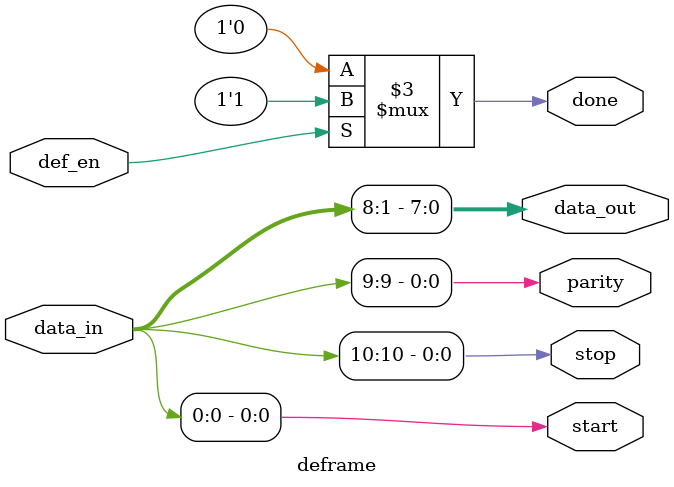
<source format=v>
module deframe(def_en,data_in,start,stop,parity,data_out,done);

	input def_en;
	input [10:0] data_in;
	output reg start,stop,parity;
	output reg done;
	output reg [7:0] data_out;


	always@(*)
	begin
		if(def_en)
		begin
			start=data_in[0];
			stop=data_in[10];
			parity=data_in[9];
			data_out=data_in[8:1];
			done=1'b1;
		end
		else
		begin
			start=data_in[0];
			stop=data_in[10];
			parity=data_in[9];
			data_out=data_in[8:1];
			done=1'b0;
		end
	end

endmodule
			
			
</source>
